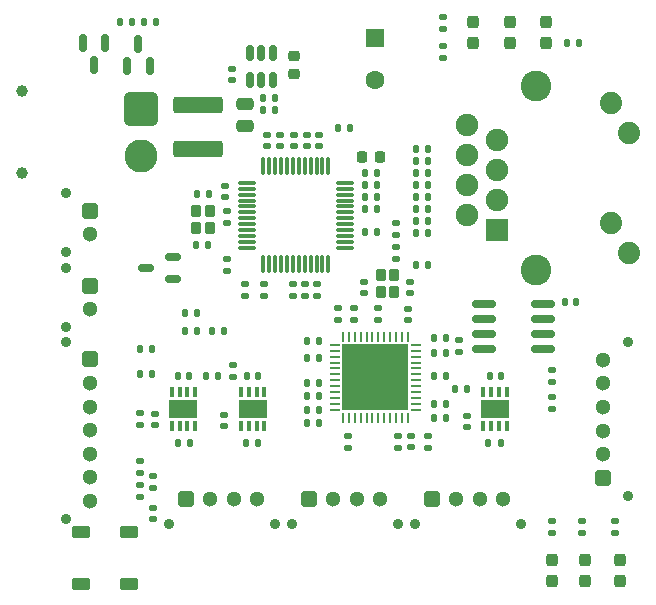
<source format=gbr>
%TF.GenerationSoftware,KiCad,Pcbnew,9.0.2*%
%TF.CreationDate,2025-10-15T23:03:26+09:00*%
%TF.ProjectId,Mother_v1_0_0,4d6f7468-6572-45f7-9631-5f305f302e6b,rev?*%
%TF.SameCoordinates,Original*%
%TF.FileFunction,Soldermask,Top*%
%TF.FilePolarity,Negative*%
%FSLAX46Y46*%
G04 Gerber Fmt 4.6, Leading zero omitted, Abs format (unit mm)*
G04 Created by KiCad (PCBNEW 9.0.2) date 2025-10-15 23:03:26*
%MOMM*%
%LPD*%
G01*
G04 APERTURE LIST*
G04 Aperture macros list*
%AMRoundRect*
0 Rectangle with rounded corners*
0 $1 Rounding radius*
0 $2 $3 $4 $5 $6 $7 $8 $9 X,Y pos of 4 corners*
0 Add a 4 corners polygon primitive as box body*
4,1,4,$2,$3,$4,$5,$6,$7,$8,$9,$2,$3,0*
0 Add four circle primitives for the rounded corners*
1,1,$1+$1,$2,$3*
1,1,$1+$1,$4,$5*
1,1,$1+$1,$6,$7*
1,1,$1+$1,$8,$9*
0 Add four rect primitives between the rounded corners*
20,1,$1+$1,$2,$3,$4,$5,0*
20,1,$1+$1,$4,$5,$6,$7,0*
20,1,$1+$1,$6,$7,$8,$9,0*
20,1,$1+$1,$8,$9,$2,$3,0*%
G04 Aperture macros list end*
%ADD10RoundRect,0.250000X0.475000X-0.250000X0.475000X0.250000X-0.475000X0.250000X-0.475000X-0.250000X0*%
%ADD11RoundRect,0.225000X-0.250000X0.225000X-0.250000X-0.225000X0.250000X-0.225000X0.250000X0.225000X0*%
%ADD12RoundRect,0.135000X0.135000X0.185000X-0.135000X0.185000X-0.135000X-0.185000X0.135000X-0.185000X0*%
%ADD13RoundRect,0.135000X-0.185000X0.135000X-0.185000X-0.135000X0.185000X-0.135000X0.185000X0.135000X0*%
%ADD14RoundRect,0.135000X0.185000X-0.135000X0.185000X0.135000X-0.185000X0.135000X-0.185000X-0.135000X0*%
%ADD15RoundRect,0.135000X-0.135000X-0.185000X0.135000X-0.185000X0.135000X0.185000X-0.135000X0.185000X0*%
%ADD16RoundRect,0.140000X0.170000X-0.140000X0.170000X0.140000X-0.170000X0.140000X-0.170000X-0.140000X0*%
%ADD17RoundRect,0.237500X0.237500X-0.287500X0.237500X0.287500X-0.237500X0.287500X-0.237500X-0.287500X0*%
%ADD18C,0.100000*%
%ADD19RoundRect,0.157500X-0.642500X-0.367500X0.642500X-0.367500X0.642500X0.367500X-0.642500X0.367500X0*%
%ADD20RoundRect,0.140000X-0.170000X0.140000X-0.170000X-0.140000X0.170000X-0.140000X0.170000X0.140000X0*%
%ADD21RoundRect,0.237500X-0.237500X0.287500X-0.237500X-0.287500X0.237500X-0.287500X0.237500X0.287500X0*%
%ADD22C,0.900000*%
%ADD23RoundRect,0.195000X0.455000X-0.455000X0.455000X0.455000X-0.455000X0.455000X-0.455000X-0.455000X0*%
%ADD24C,1.300000*%
%ADD25RoundRect,0.140000X-0.140000X-0.170000X0.140000X-0.170000X0.140000X0.170000X-0.140000X0.170000X0*%
%ADD26RoundRect,0.140000X0.140000X0.170000X-0.140000X0.170000X-0.140000X-0.170000X0.140000X-0.170000X0*%
%ADD27RoundRect,0.157500X0.642500X0.367500X-0.642500X0.367500X-0.642500X-0.367500X0.642500X-0.367500X0*%
%ADD28RoundRect,0.150000X-0.150000X0.587500X-0.150000X-0.587500X0.150000X-0.587500X0.150000X0.587500X0*%
%ADD29RoundRect,0.218750X-0.218750X-0.256250X0.218750X-0.256250X0.218750X0.256250X-0.218750X0.256250X0*%
%ADD30RoundRect,0.062500X-0.062500X0.375000X-0.062500X-0.375000X0.062500X-0.375000X0.062500X0.375000X0*%
%ADD31RoundRect,0.062500X-0.375000X0.062500X-0.375000X-0.062500X0.375000X-0.062500X0.375000X0.062500X0*%
%ADD32R,5.600000X5.600000*%
%ADD33RoundRect,0.087500X-0.087500X0.337500X-0.087500X-0.337500X0.087500X-0.337500X0.087500X0.337500X0*%
%ADD34R,2.400000X1.650000*%
%ADD35RoundRect,0.150000X0.150000X-0.512500X0.150000X0.512500X-0.150000X0.512500X-0.150000X-0.512500X0*%
%ADD36RoundRect,0.102000X0.323000X-0.373000X0.323000X0.373000X-0.323000X0.373000X-0.323000X-0.373000X0*%
%ADD37RoundRect,0.195000X-0.455000X0.455000X-0.455000X-0.455000X0.455000X-0.455000X0.455000X0.455000X0*%
%ADD38RoundRect,0.150000X0.512500X0.150000X-0.512500X0.150000X-0.512500X-0.150000X0.512500X-0.150000X0*%
%ADD39C,1.890000*%
%ADD40R,1.900000X1.900000*%
%ADD41C,1.900000*%
%ADD42C,2.600000*%
%ADD43RoundRect,0.195000X0.455000X0.455000X-0.455000X0.455000X-0.455000X-0.455000X0.455000X-0.455000X0*%
%ADD44RoundRect,0.249999X-1.850001X0.450001X-1.850001X-0.450001X1.850001X-0.450001X1.850001X0.450001X0*%
%ADD45RoundRect,0.250000X-0.550000X0.550000X-0.550000X-0.550000X0.550000X-0.550000X0.550000X0.550000X0*%
%ADD46C,1.600000*%
%ADD47RoundRect,0.102000X-0.323000X0.373000X-0.323000X-0.373000X0.323000X-0.373000X0.323000X0.373000X0*%
%ADD48RoundRect,0.150000X-0.825000X-0.150000X0.825000X-0.150000X0.825000X0.150000X-0.825000X0.150000X0*%
%ADD49RoundRect,0.075000X0.662500X0.075000X-0.662500X0.075000X-0.662500X-0.075000X0.662500X-0.075000X0*%
%ADD50RoundRect,0.075000X0.075000X0.662500X-0.075000X0.662500X-0.075000X-0.662500X0.075000X-0.662500X0*%
%ADD51RoundRect,0.150000X0.150000X-0.587500X0.150000X0.587500X-0.150000X0.587500X-0.150000X-0.587500X0*%
%ADD52C,1.000000*%
%ADD53RoundRect,0.304348X1.095652X-1.095652X1.095652X1.095652X-1.095652X1.095652X-1.095652X-1.095652X0*%
%ADD54C,2.800000*%
G04 APERTURE END LIST*
D10*
%TO.C,C9*%
X161417000Y-90104000D03*
X161417000Y-88204000D03*
%TD*%
D11*
%TO.C,C7*%
X165608000Y-84188000D03*
X165608000Y-85738000D03*
%TD*%
D12*
%TO.C,R6*%
X156761000Y-116967000D03*
X155741000Y-116967000D03*
%TD*%
D13*
%TO.C,R3*%
X160401000Y-110361000D03*
X160401000Y-111381000D03*
%TD*%
D14*
%TO.C,R35*%
X165481000Y-104523000D03*
X165481000Y-103503000D03*
%TD*%
D15*
%TO.C,R42*%
X175893000Y-98171000D03*
X176913000Y-98171000D03*
%TD*%
D16*
%TO.C,C43*%
X180213000Y-115623000D03*
X180213000Y-114663000D03*
%TD*%
D17*
%TO.C,D6*%
X190246000Y-128637000D03*
X190246000Y-126887000D03*
%TD*%
D18*
%TO.C,SW1*%
X146674000Y-126685000D03*
X148474000Y-126685000D03*
D19*
X147574000Y-124460000D03*
X147574000Y-128910000D03*
%TD*%
D20*
%TO.C,C34*%
X171512000Y-103279000D03*
X171512000Y-104239000D03*
%TD*%
D15*
%TO.C,R21*%
X177417000Y-109347000D03*
X178437000Y-109347000D03*
%TD*%
D12*
%TO.C,R12*%
X153926000Y-81280000D03*
X152906000Y-81280000D03*
%TD*%
D15*
%TO.C,R8*%
X177417000Y-111252000D03*
X178437000Y-111252000D03*
%TD*%
D13*
%TO.C,R20*%
X192786000Y-123569000D03*
X192786000Y-124589000D03*
%TD*%
D12*
%TO.C,R57*%
X159641000Y-107442000D03*
X158621000Y-107442000D03*
%TD*%
%TO.C,R17*%
X189740000Y-83058000D03*
X188720000Y-83058000D03*
%TD*%
D21*
%TO.C,D3*%
X183896000Y-81294000D03*
X183896000Y-83044000D03*
%TD*%
D14*
%TO.C,R53*%
X176911000Y-117350000D03*
X176911000Y-116330000D03*
%TD*%
D22*
%TO.C,J10*%
X146236000Y-123355000D03*
X146236000Y-108355000D03*
D23*
X148336000Y-109855000D03*
D24*
X148336000Y-111855000D03*
X148336000Y-113855000D03*
X148336000Y-115855000D03*
X148336000Y-117855000D03*
X148336000Y-119855000D03*
X148336000Y-121855000D03*
%TD*%
D25*
%TO.C,C29*%
X175923000Y-94107000D03*
X176883000Y-94107000D03*
%TD*%
D16*
%TO.C,C33*%
X175431000Y-104239000D03*
X175431000Y-103279000D03*
%TD*%
D15*
%TO.C,R55*%
X156335000Y-105918000D03*
X157355000Y-105918000D03*
%TD*%
D26*
%TO.C,C36*%
X167656000Y-112968000D03*
X166696000Y-112968000D03*
%TD*%
D13*
%TO.C,R26*%
X187452000Y-110742000D03*
X187452000Y-111762000D03*
%TD*%
D15*
%TO.C,R22*%
X177417000Y-113665000D03*
X178437000Y-113665000D03*
%TD*%
D18*
%TO.C,SW2*%
X152538000Y-126680000D03*
X150738000Y-126680000D03*
D27*
X151638000Y-128905000D03*
X151638000Y-124455000D03*
%TD*%
D26*
%TO.C,C35*%
X167656000Y-114111000D03*
X166696000Y-114111000D03*
%TD*%
D16*
%TO.C,C21*%
X167668500Y-91789000D03*
X167668500Y-90829000D03*
%TD*%
D25*
%TO.C,C19*%
X171605000Y-95119000D03*
X172565000Y-95119000D03*
%TD*%
D26*
%TO.C,C17*%
X158274000Y-100203000D03*
X157314000Y-100203000D03*
%TD*%
D15*
%TO.C,R40*%
X175893000Y-93091000D03*
X176913000Y-93091000D03*
%TD*%
%TO.C,R43*%
X175893000Y-101854000D03*
X176913000Y-101854000D03*
%TD*%
%TO.C,R41*%
X175893000Y-96139000D03*
X176913000Y-96139000D03*
%TD*%
D21*
%TO.C,D2*%
X180721000Y-81294000D03*
X180721000Y-83044000D03*
%TD*%
D14*
%TO.C,R25*%
X187452000Y-114048000D03*
X187452000Y-113028000D03*
%TD*%
D28*
%TO.C,Q2*%
X149606000Y-83058000D03*
X147706000Y-83058000D03*
X148656000Y-84933000D03*
%TD*%
D14*
%TO.C,R16*%
X178181000Y-84330000D03*
X178181000Y-83310000D03*
%TD*%
D16*
%TO.C,C14*%
X163322000Y-91793000D03*
X163322000Y-90833000D03*
%TD*%
D29*
%TO.C,FB1*%
X171297500Y-92710000D03*
X172872500Y-92710000D03*
%TD*%
D13*
%TO.C,R24*%
X179578000Y-108202000D03*
X179578000Y-109222000D03*
%TD*%
D30*
%TO.C,U3*%
X175216000Y-107941500D03*
X174716000Y-107941500D03*
X174216000Y-107941500D03*
X173716000Y-107941500D03*
X173216000Y-107941500D03*
X172716000Y-107941500D03*
X172216000Y-107941500D03*
X171716000Y-107941500D03*
X171216000Y-107941500D03*
X170716000Y-107941500D03*
X170216000Y-107941500D03*
X169716000Y-107941500D03*
D31*
X169028500Y-108629000D03*
X169028500Y-109129000D03*
X169028500Y-109629000D03*
X169028500Y-110129000D03*
X169028500Y-110629000D03*
X169028500Y-111129000D03*
X169028500Y-111629000D03*
X169028500Y-112129000D03*
X169028500Y-112629000D03*
X169028500Y-113129000D03*
X169028500Y-113629000D03*
X169028500Y-114129000D03*
D30*
X169716000Y-114816500D03*
X170216000Y-114816500D03*
X170716000Y-114816500D03*
X171216000Y-114816500D03*
X171716000Y-114816500D03*
X172216000Y-114816500D03*
X172716000Y-114816500D03*
X173216000Y-114816500D03*
X173716000Y-114816500D03*
X174216000Y-114816500D03*
X174716000Y-114816500D03*
X175216000Y-114816500D03*
D31*
X175903500Y-114129000D03*
X175903500Y-113629000D03*
X175903500Y-113129000D03*
X175903500Y-112629000D03*
X175903500Y-112129000D03*
X175903500Y-111629000D03*
X175903500Y-111129000D03*
X175903500Y-110629000D03*
X175903500Y-110129000D03*
X175903500Y-109629000D03*
X175903500Y-109129000D03*
X175903500Y-108629000D03*
D32*
X172466000Y-111379000D03*
%TD*%
D13*
%TO.C,R47*%
X152527000Y-114425000D03*
X152527000Y-115445000D03*
%TD*%
%TO.C,R2*%
X170171500Y-116330000D03*
X170171500Y-117350000D03*
%TD*%
D25*
%TO.C,C6*%
X182146000Y-111252000D03*
X183106000Y-111252000D03*
%TD*%
D13*
%TO.C,R49*%
X153670000Y-119759000D03*
X153670000Y-120779000D03*
%TD*%
%TO.C,R4*%
X174362500Y-116330000D03*
X174362500Y-117350000D03*
%TD*%
D16*
%TO.C,C5*%
X159639000Y-115542000D03*
X159639000Y-114582000D03*
%TD*%
D15*
%TO.C,R10*%
X162939000Y-88773000D03*
X163959000Y-88773000D03*
%TD*%
D25*
%TO.C,C28*%
X175923000Y-95123000D03*
X176883000Y-95123000D03*
%TD*%
D33*
%TO.C,U7*%
X157185000Y-112596000D03*
X156535000Y-112596000D03*
X155885000Y-112596000D03*
X155235000Y-112596000D03*
X155235000Y-115496000D03*
X155885000Y-115496000D03*
X156535000Y-115496000D03*
X157185000Y-115496000D03*
D34*
X156210000Y-114046000D03*
%TD*%
D12*
%TO.C,R5*%
X159133000Y-111252000D03*
X158113000Y-111252000D03*
%TD*%
D35*
%TO.C,U1*%
X161864000Y-86227500D03*
X162814000Y-86227500D03*
X163764000Y-86227500D03*
X163764000Y-83952500D03*
X162814000Y-83952500D03*
X161864000Y-83952500D03*
%TD*%
D14*
%TO.C,R33*%
X161417000Y-104523000D03*
X161417000Y-103503000D03*
%TD*%
D13*
%TO.C,R27*%
X159893000Y-97280000D03*
X159893000Y-98300000D03*
%TD*%
D15*
%TO.C,R54*%
X152525000Y-108966000D03*
X153545000Y-108966000D03*
%TD*%
D13*
%TO.C,R38*%
X174244000Y-98296000D03*
X174244000Y-99316000D03*
%TD*%
D14*
%TO.C,R30*%
X159893000Y-102362000D03*
X159893000Y-101342000D03*
%TD*%
D36*
%TO.C,Y2*%
X174048500Y-104177500D03*
X174048500Y-102727500D03*
X172898500Y-102727500D03*
X172898500Y-104177500D03*
%TD*%
D26*
%TO.C,C37*%
X167656000Y-115254000D03*
X166696000Y-115254000D03*
%TD*%
D16*
%TO.C,C22*%
X164366500Y-91789000D03*
X164366500Y-90829000D03*
%TD*%
D14*
%TO.C,R48*%
X152527000Y-119509000D03*
X152527000Y-118489000D03*
%TD*%
D16*
%TO.C,C4*%
X153797000Y-115415000D03*
X153797000Y-114455000D03*
%TD*%
D22*
%TO.C,J3*%
X193870000Y-108388000D03*
X193870000Y-121388000D03*
D37*
X191770000Y-119888000D03*
D24*
X191770000Y-117888000D03*
X191770000Y-115888000D03*
X191770000Y-113888000D03*
X191770000Y-111888000D03*
X191770000Y-109888000D03*
%TD*%
D38*
%TO.C,U10*%
X155315500Y-103058000D03*
X155315500Y-101158000D03*
X153040500Y-102108000D03*
%TD*%
D39*
%TO.C,J2*%
X192453000Y-88163000D03*
X193973000Y-90703000D03*
X192453000Y-98273000D03*
X193973000Y-100813000D03*
D40*
X182733000Y-98933000D03*
D41*
X180193000Y-97663000D03*
X182733000Y-96393000D03*
X180193000Y-95123000D03*
X182733000Y-93853000D03*
X180193000Y-92583000D03*
X182733000Y-91313000D03*
X180193000Y-90043000D03*
D42*
X186023000Y-102263000D03*
X186023000Y-86713000D03*
%TD*%
D13*
%TO.C,R45*%
X172711500Y-105535000D03*
X172711500Y-106555000D03*
%TD*%
D16*
%TO.C,C15*%
X165608000Y-91793000D03*
X165608000Y-90833000D03*
%TD*%
D22*
%TO.C,J4*%
X146236000Y-107132000D03*
X146236000Y-102132000D03*
D23*
X148336000Y-103632000D03*
D24*
X148336000Y-105632000D03*
%TD*%
D16*
%TO.C,C8*%
X160335000Y-86210500D03*
X160335000Y-85250500D03*
%TD*%
D13*
%TO.C,R51*%
X170688000Y-105535000D03*
X170688000Y-106555000D03*
%TD*%
D25*
%TO.C,C3*%
X155730000Y-111252000D03*
X156690000Y-111252000D03*
%TD*%
D12*
%TO.C,R7*%
X162562000Y-116967000D03*
X161542000Y-116967000D03*
%TD*%
D20*
%TO.C,C38*%
X175514000Y-116360000D03*
X175514000Y-117320000D03*
%TD*%
D15*
%TO.C,R23*%
X177417000Y-114808000D03*
X178437000Y-114808000D03*
%TD*%
D14*
%TO.C,R37*%
X166497000Y-104523000D03*
X166497000Y-103503000D03*
%TD*%
D22*
%TO.C,J6*%
X174378000Y-123766000D03*
X165378000Y-123766000D03*
D43*
X166878000Y-121666000D03*
D24*
X168878000Y-121666000D03*
X170878000Y-121666000D03*
X172878000Y-121666000D03*
%TD*%
D14*
%TO.C,R1*%
X178181000Y-81917000D03*
X178181000Y-80897000D03*
%TD*%
D44*
%TO.C,L1*%
X157480000Y-88320000D03*
X157480000Y-92020000D03*
%TD*%
D12*
%TO.C,R50*%
X183060000Y-116967000D03*
X182040000Y-116967000D03*
%TD*%
D45*
%TO.C,C13*%
X172466000Y-82675349D03*
D46*
X172466000Y-86175349D03*
%TD*%
D12*
%TO.C,R44*%
X170309000Y-90297000D03*
X169289000Y-90297000D03*
%TD*%
D22*
%TO.C,J5*%
X163964000Y-123766000D03*
X154964000Y-123766000D03*
D43*
X156464000Y-121666000D03*
D24*
X158464000Y-121666000D03*
X160464000Y-121666000D03*
X162464000Y-121666000D03*
%TD*%
D14*
%TO.C,R28*%
X169335000Y-106555000D03*
X169335000Y-105535000D03*
%TD*%
D12*
%TO.C,R31*%
X167686000Y-109736500D03*
X166666000Y-109736500D03*
%TD*%
D14*
%TO.C,R36*%
X167513000Y-104523000D03*
X167513000Y-103503000D03*
%TD*%
%TO.C,R46*%
X152527000Y-121541000D03*
X152527000Y-120521000D03*
%TD*%
D47*
%TO.C,Y1*%
X157286000Y-97319000D03*
X157286000Y-98769000D03*
X158436000Y-98769000D03*
X158436000Y-97319000D03*
%TD*%
D33*
%TO.C,U4*%
X163068000Y-112596000D03*
X162418000Y-112596000D03*
X161768000Y-112596000D03*
X161118000Y-112596000D03*
X161118000Y-115496000D03*
X161768000Y-115496000D03*
X162418000Y-115496000D03*
X163068000Y-115496000D03*
D34*
X162093000Y-114046000D03*
%TD*%
D12*
%TO.C,R56*%
X157355000Y-107442000D03*
X156335000Y-107442000D03*
%TD*%
D21*
%TO.C,D4*%
X186944000Y-81294000D03*
X186944000Y-83044000D03*
%TD*%
D25*
%TO.C,C20*%
X171605000Y-97155000D03*
X172565000Y-97155000D03*
%TD*%
D17*
%TO.C,D5*%
X187452000Y-128637000D03*
X187452000Y-126887000D03*
%TD*%
D26*
%TO.C,C30*%
X176883000Y-99187000D03*
X175923000Y-99187000D03*
%TD*%
D25*
%TO.C,C2*%
X161572000Y-111252000D03*
X162532000Y-111252000D03*
%TD*%
%TO.C,C24*%
X171605000Y-99060000D03*
X172565000Y-99060000D03*
%TD*%
D16*
%TO.C,C23*%
X166652500Y-91789000D03*
X166652500Y-90829000D03*
%TD*%
%TO.C,C27*%
X159766000Y-96111000D03*
X159766000Y-95151000D03*
%TD*%
D13*
%TO.C,R19*%
X189992000Y-123569000D03*
X189992000Y-124589000D03*
%TD*%
D25*
%TO.C,C39*%
X177447000Y-108077000D03*
X178407000Y-108077000D03*
%TD*%
D33*
%TO.C,U8*%
X183566000Y-112596000D03*
X182916000Y-112596000D03*
X182266000Y-112596000D03*
X181616000Y-112596000D03*
X181616000Y-115496000D03*
X182266000Y-115496000D03*
X182916000Y-115496000D03*
X183566000Y-115496000D03*
D34*
X182591000Y-114046000D03*
%TD*%
D25*
%TO.C,C18*%
X171605000Y-94103000D03*
X172565000Y-94103000D03*
%TD*%
D13*
%TO.C,R18*%
X187452000Y-123569000D03*
X187452000Y-124589000D03*
%TD*%
D26*
%TO.C,C41*%
X167656000Y-111825000D03*
X166696000Y-111825000D03*
%TD*%
D48*
%TO.C,U6*%
X181675000Y-105156000D03*
X181675000Y-106426000D03*
X181675000Y-107696000D03*
X181675000Y-108966000D03*
X186625000Y-108966000D03*
X186625000Y-107696000D03*
X186625000Y-106426000D03*
X186625000Y-105156000D03*
%TD*%
D15*
%TO.C,R52*%
X152525000Y-111125000D03*
X153545000Y-111125000D03*
%TD*%
D26*
%TO.C,C32*%
X176883000Y-92075000D03*
X175923000Y-92075000D03*
%TD*%
D20*
%TO.C,C42*%
X153670000Y-122456000D03*
X153670000Y-123416000D03*
%TD*%
D12*
%TO.C,R29*%
X167686000Y-108287000D03*
X166666000Y-108287000D03*
%TD*%
D14*
%TO.C,R34*%
X163068000Y-104523000D03*
X163068000Y-103503000D03*
%TD*%
D49*
%TO.C,U5*%
X169897500Y-100413000D03*
X169897500Y-99913000D03*
X169897500Y-99413000D03*
X169897500Y-98913000D03*
X169897500Y-98413000D03*
X169897500Y-97913000D03*
X169897500Y-97413000D03*
X169897500Y-96913000D03*
X169897500Y-96413000D03*
X169897500Y-95913000D03*
X169897500Y-95413000D03*
X169897500Y-94913000D03*
D50*
X168485000Y-93500500D03*
X167985000Y-93500500D03*
X167485000Y-93500500D03*
X166985000Y-93500500D03*
X166485000Y-93500500D03*
X165985000Y-93500500D03*
X165485000Y-93500500D03*
X164985000Y-93500500D03*
X164485000Y-93500500D03*
X163985000Y-93500500D03*
X163485000Y-93500500D03*
X162985000Y-93500500D03*
D49*
X161572500Y-94913000D03*
X161572500Y-95413000D03*
X161572500Y-95913000D03*
X161572500Y-96413000D03*
X161572500Y-96913000D03*
X161572500Y-97413000D03*
X161572500Y-97913000D03*
X161572500Y-98413000D03*
X161572500Y-98913000D03*
X161572500Y-99413000D03*
X161572500Y-99913000D03*
X161572500Y-100413000D03*
D50*
X162985000Y-101825500D03*
X163485000Y-101825500D03*
X163985000Y-101825500D03*
X164485000Y-101825500D03*
X164985000Y-101825500D03*
X165485000Y-101825500D03*
X165985000Y-101825500D03*
X166485000Y-101825500D03*
X166985000Y-101825500D03*
X167485000Y-101825500D03*
X167985000Y-101825500D03*
X168485000Y-101825500D03*
%TD*%
D16*
%TO.C,C40*%
X175260000Y-106525000D03*
X175260000Y-105565000D03*
%TD*%
D15*
%TO.C,R9*%
X179195000Y-112395000D03*
X180215000Y-112395000D03*
%TD*%
%TO.C,R13*%
X150874000Y-81280000D03*
X151894000Y-81280000D03*
%TD*%
D51*
%TO.C,Q3*%
X151450000Y-85011500D03*
X153350000Y-85011500D03*
X152400000Y-83136500D03*
%TD*%
D12*
%TO.C,R11*%
X163959000Y-87757000D03*
X162939000Y-87757000D03*
%TD*%
D14*
%TO.C,R39*%
X174244000Y-101348000D03*
X174244000Y-100328000D03*
%TD*%
D22*
%TO.C,J7*%
X146236000Y-100782000D03*
X146236000Y-95782000D03*
D23*
X148336000Y-97282000D03*
D24*
X148336000Y-99282000D03*
%TD*%
D12*
%TO.C,R32*%
X172595000Y-96139000D03*
X171575000Y-96139000D03*
%TD*%
D52*
%TO.C,J1*%
X142504000Y-94106000D03*
X142504000Y-87146000D03*
D53*
X152654000Y-88646000D03*
D54*
X152654000Y-92606000D03*
%TD*%
D25*
%TO.C,C1*%
X188496000Y-105029000D03*
X189456000Y-105029000D03*
%TD*%
D26*
%TO.C,C31*%
X176883000Y-97155000D03*
X175923000Y-97155000D03*
%TD*%
D25*
%TO.C,C16*%
X157381000Y-95885000D03*
X158341000Y-95885000D03*
%TD*%
D17*
%TO.C,D7*%
X193167000Y-128637000D03*
X193167000Y-126887000D03*
%TD*%
D22*
%TO.C,J8*%
X184792000Y-123766000D03*
X175792000Y-123766000D03*
D43*
X177292000Y-121666000D03*
D24*
X179292000Y-121666000D03*
X181292000Y-121666000D03*
X183292000Y-121666000D03*
%TD*%
M02*

</source>
